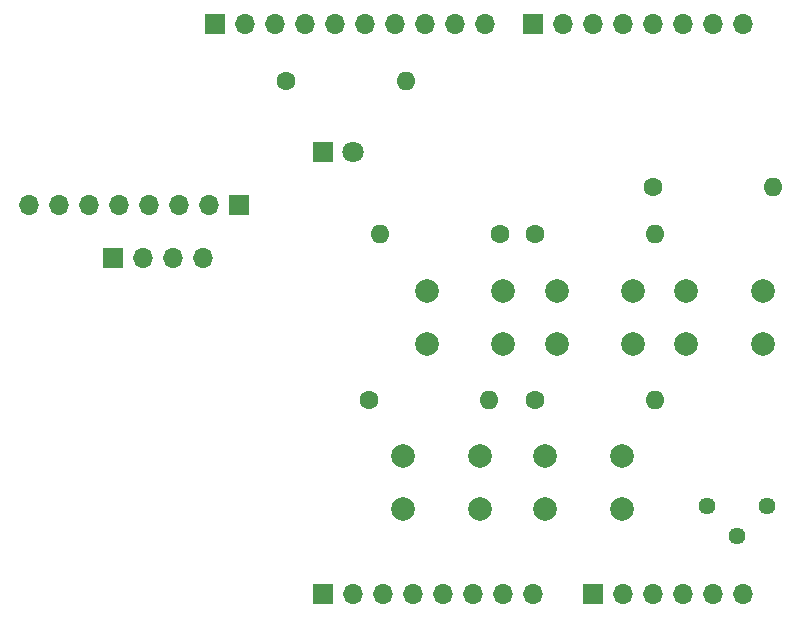
<source format=gbr>
%TF.GenerationSoftware,KiCad,Pcbnew,8.0.8*%
%TF.CreationDate,2025-01-31T10:38:05-07:00*%
%TF.ProjectId,BoardMicro,426f6172-644d-4696-9372-6f2e6b696361,rev?*%
%TF.SameCoordinates,Original*%
%TF.FileFunction,Soldermask,Bot*%
%TF.FilePolarity,Negative*%
%FSLAX46Y46*%
G04 Gerber Fmt 4.6, Leading zero omitted, Abs format (unit mm)*
G04 Created by KiCad (PCBNEW 8.0.8) date 2025-01-31 10:38:05*
%MOMM*%
%LPD*%
G01*
G04 APERTURE LIST*
%ADD10R,1.700000X1.700000*%
%ADD11O,1.700000X1.700000*%
%ADD12C,1.600000*%
%ADD13O,1.600000X1.600000*%
%ADD14C,2.000000*%
%ADD15C,1.440000*%
%ADD16R,1.800000X1.800000*%
%ADD17C,1.800000*%
G04 APERTURE END LIST*
D10*
%TO.C,J1*%
X127940000Y-97460000D03*
D11*
X130480000Y-97460000D03*
X133020000Y-97460000D03*
X135560000Y-97460000D03*
X138100000Y-97460000D03*
X140640000Y-97460000D03*
X143180000Y-97460000D03*
X145720000Y-97460000D03*
%TD*%
D10*
%TO.C,J3*%
X150800000Y-97460000D03*
D11*
X153340000Y-97460000D03*
X155880000Y-97460000D03*
X158420000Y-97460000D03*
X160960000Y-97460000D03*
X163500000Y-97460000D03*
%TD*%
D10*
%TO.C,J2*%
X118796000Y-49200000D03*
D11*
X121336000Y-49200000D03*
X123876000Y-49200000D03*
X126416000Y-49200000D03*
X128956000Y-49200000D03*
X131496000Y-49200000D03*
X134036000Y-49200000D03*
X136576000Y-49200000D03*
X139116000Y-49200000D03*
X141656000Y-49200000D03*
%TD*%
D10*
%TO.C,J4*%
X145720000Y-49200000D03*
D11*
X148260000Y-49200000D03*
X150800000Y-49200000D03*
X153340000Y-49200000D03*
X155880000Y-49200000D03*
X158420000Y-49200000D03*
X160960000Y-49200000D03*
X163500000Y-49200000D03*
%TD*%
D12*
%TO.C,R2*%
X155920000Y-63000000D03*
D13*
X166080000Y-63000000D03*
%TD*%
D12*
%TO.C,R1*%
X124840000Y-54000000D03*
D13*
X135000000Y-54000000D03*
%TD*%
D10*
%TO.C,J5*%
X120875000Y-64500000D03*
D11*
X118335000Y-64500000D03*
X115795000Y-64500000D03*
X113255000Y-64500000D03*
X110715000Y-64500000D03*
X108175000Y-64500000D03*
X105635000Y-64500000D03*
X103095000Y-64500000D03*
%TD*%
D12*
%TO.C,R6*%
X143000000Y-67000000D03*
D13*
X132840000Y-67000000D03*
%TD*%
D14*
%TO.C,SW5*%
X136750000Y-71750000D03*
X143250000Y-71750000D03*
X136750000Y-76250000D03*
X143250000Y-76250000D03*
%TD*%
D12*
%TO.C,R5*%
X145920000Y-81000000D03*
D13*
X156080000Y-81000000D03*
%TD*%
D12*
%TO.C,R4*%
X131840000Y-81000000D03*
D13*
X142000000Y-81000000D03*
%TD*%
D14*
%TO.C,SW2*%
X147750000Y-71750000D03*
X154250000Y-71750000D03*
X147750000Y-76250000D03*
X154250000Y-76250000D03*
%TD*%
D10*
%TO.C,J6*%
X110200000Y-68975000D03*
D11*
X112740000Y-68975000D03*
X115280000Y-68975000D03*
X117820000Y-68975000D03*
%TD*%
D15*
%TO.C,RV1*%
X160460000Y-90015000D03*
X163000000Y-92555000D03*
X165540000Y-90015000D03*
%TD*%
D12*
%TO.C,R3*%
X145920000Y-67000000D03*
D13*
X156080000Y-67000000D03*
%TD*%
D14*
%TO.C,SW3*%
X134750000Y-85750000D03*
X141250000Y-85750000D03*
X134750000Y-90250000D03*
X141250000Y-90250000D03*
%TD*%
D16*
%TO.C,D1*%
X128000000Y-60000000D03*
D17*
X130540000Y-60000000D03*
%TD*%
D14*
%TO.C,SW1*%
X158750000Y-71750000D03*
X165250000Y-71750000D03*
X158750000Y-76250000D03*
X165250000Y-76250000D03*
%TD*%
%TO.C,SW4*%
X146750000Y-85750000D03*
X153250000Y-85750000D03*
X146750000Y-90250000D03*
X153250000Y-90250000D03*
%TD*%
M02*

</source>
